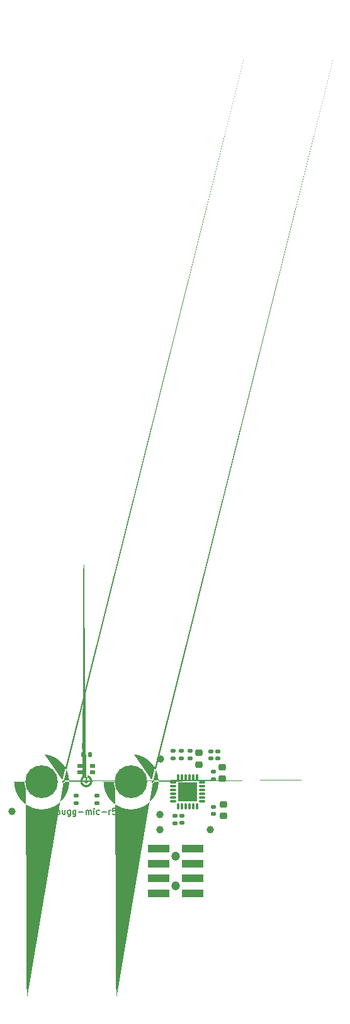
<source format=gbr>
%TF.GenerationSoftware,KiCad,Pcbnew,7.99.0-1.20230926git54171ec.fc37*%
%TF.CreationDate,2023-10-03T14:44:04+01:00*%
%TF.ProjectId,bugg-mic-r5,62756767-2d6d-4696-932d-72352e6b6963,rev?*%
%TF.SameCoordinates,Original*%
%TF.FileFunction,Soldermask,Top*%
%TF.FilePolarity,Negative*%
%FSLAX46Y46*%
G04 Gerber Fmt 4.6, Leading zero omitted, Abs format (unit mm)*
G04 Created by KiCad (PCBNEW 7.99.0-1.20230926git54171ec.fc37) date 2023-10-03 14:44:04*
%MOMM*%
%LPD*%
G01*
G04 APERTURE LIST*
G04 Aperture macros list*
%AMRoundRect*
0 Rectangle with rounded corners*
0 $1 Rounding radius*
0 $2 $3 $4 $5 $6 $7 $8 $9 X,Y pos of 4 corners*
0 Add a 4 corners polygon primitive as box body*
4,1,4,$2,$3,$4,$5,$6,$7,$8,$9,$2,$3,0*
0 Add four circle primitives for the rounded corners*
1,1,$1+$1,$2,$3*
1,1,$1+$1,$4,$5*
1,1,$1+$1,$6,$7*
1,1,$1+$1,$8,$9*
0 Add four rect primitives between the rounded corners*
20,1,$1+$1,$2,$3,$4,$5,0*
20,1,$1+$1,$4,$5,$6,$7,0*
20,1,$1+$1,$6,$7,$8,$9,0*
20,1,$1+$1,$8,$9,$2,$3,0*%
%AMFreePoly0*
4,1,111,-2.563245,3.679731,-2.180727,3.619146,-1.806637,3.518909,-1.445074,3.380118,-1.100000,3.204294,-0.775195,2.993363,-0.474217,2.749636,-0.200364,2.475783,0.043363,2.174805,0.254294,1.850000,0.430118,1.504926,0.568909,1.143363,0.669146,0.769273,0.729731,0.386755,0.750000,0.000000,0.729731,-0.386755,0.669146,-0.769273,0.568909,-1.143363,0.430118,-1.504926,0.254294,-1.850000,
0.043363,-2.174805,-0.200364,-2.475783,-0.474217,-2.749636,-0.775195,-2.993363,-1.100000,-3.204294,-1.445074,-3.380118,-1.806637,-3.518909,-2.180727,-3.619146,-2.563245,-3.679731,-2.950000,-3.700000,-3.336755,-3.679731,-3.719273,-3.619146,-4.093363,-3.518909,-4.454926,-3.380118,-4.800000,-3.204294,-5.124805,-2.993363,-5.425783,-2.749636,-5.699636,-2.475783,-5.943363,-2.174805,-6.154294,-1.850000,
-6.330118,-1.504926,-6.468909,-1.143363,-6.569146,-0.769273,-6.629731,-0.386755,-6.650000,0.000000,-5.254935,0.000000,-5.235216,-0.300854,-5.176396,-0.596561,-5.079482,-0.882060,-4.946132,-1.152468,-4.778628,-1.403156,-4.579835,-1.629835,-4.353156,-1.828628,-4.102468,-1.996132,-3.832060,-2.129482,-3.546561,-2.226396,-3.250854,-2.285216,-2.950000,-2.304935,-2.649146,-2.285216,-2.353439,-2.226396,
-2.067940,-2.129482,-1.797532,-1.996132,-1.546844,-1.828628,-1.320165,-1.629835,-1.121372,-1.403156,-0.953868,-1.152468,-0.820518,-0.882060,-0.723604,-0.596561,-0.664784,-0.300854,-0.645065,0.000000,-0.664784,0.300854,-0.723604,0.596561,-0.820518,0.882060,-0.953868,1.152467,-1.121372,1.403156,-1.320165,1.629835,-1.546844,1.828628,-1.797532,1.996132,-2.067940,2.129482,-2.353439,2.226396,
-2.649146,2.285216,-2.950000,2.304935,-3.250854,2.285216,-3.546561,2.226396,-3.832060,2.129482,-4.102467,1.996132,-4.353156,1.828628,-4.579835,1.629835,-4.778628,1.403156,-4.946132,1.152467,-5.079482,0.882060,-5.176396,0.596561,-5.235216,0.300854,-5.254935,0.000000,-6.650000,0.000000,-6.629731,0.386755,-6.569146,0.769273,-6.468909,1.143363,-6.330118,1.504926,-6.154294,1.850000,
-5.943363,2.174805,-5.699636,2.475783,-5.425783,2.749636,-5.124805,2.993363,-4.800000,3.204294,-4.454926,3.380118,-4.093363,3.518909,-3.719273,3.619146,-3.336755,3.679731,-2.950000,3.700000,-2.563245,3.679731,-2.563245,3.679731,$1*%
%AMFreePoly1*
4,1,53,0.180798,1.454629,0.352531,1.394537,0.506585,1.297738,0.635238,1.169085,0.732037,1.015031,0.792129,0.843298,0.812500,0.662500,0.792129,0.481702,0.732037,0.309969,0.635238,0.155915,0.506585,0.027262,0.352531,-0.069537,0.180798,-0.129629,0.000000,-0.150000,-0.180798,-0.129629,-0.352531,-0.069537,-0.506585,0.027262,-0.635238,0.155915,-0.732037,0.309969,-0.792129,0.481702,
-0.812500,0.662500,-0.517770,0.662500,-0.496797,0.516627,-0.435576,0.382572,-0.339067,0.271196,-0.215089,0.191520,-0.073686,0.150000,0.073686,0.150000,0.215089,0.191520,0.339067,0.271196,0.435576,0.382572,0.496797,0.516627,0.517770,0.662500,0.496797,0.808373,0.435576,0.942428,0.339067,1.053804,0.215089,1.133480,0.073686,1.175000,-0.073686,1.175000,-0.215089,1.133480,
-0.339067,1.053804,-0.435576,0.942428,-0.496797,0.808373,-0.517770,0.662500,-0.812500,0.662500,-0.792129,0.843298,-0.732037,1.015031,-0.635238,1.169085,-0.506585,1.297738,-0.352531,1.394537,-0.180798,1.454629,0.000000,1.475000,0.180798,1.454629,0.180798,1.454629,$1*%
G04 Aperture macros list end*
%ADD10C,0.150000*%
%ADD11RoundRect,0.140000X-0.170000X0.140000X-0.170000X-0.140000X0.170000X-0.140000X0.170000X0.140000X0*%
%ADD12C,1.000000*%
%ADD13RoundRect,0.225000X-0.250000X0.225000X-0.250000X-0.225000X0.250000X-0.225000X0.250000X0.225000X0*%
%ADD14RoundRect,0.140000X0.170000X-0.140000X0.170000X0.140000X-0.170000X0.140000X-0.170000X-0.140000X0*%
%ADD15C,4.400000*%
%ADD16FreePoly0,0.000000*%
%ADD17RoundRect,0.135000X-0.185000X0.135000X-0.185000X-0.135000X0.185000X-0.135000X0.185000X0.135000X0*%
%ADD18C,1.200000*%
%ADD19R,3.000000X1.000000*%
%ADD20RoundRect,0.075000X-0.075000X0.350000X-0.075000X-0.350000X0.075000X-0.350000X0.075000X0.350000X0*%
%ADD21RoundRect,0.075000X-0.350000X0.075000X-0.350000X-0.075000X0.350000X-0.075000X0.350000X0.075000X0*%
%ADD22R,2.650000X2.650000*%
%ADD23C,0.500000*%
%ADD24R,0.725000X0.522000*%
%ADD25FreePoly1,0.000000*%
%ADD26RoundRect,0.140000X0.140000X0.170000X-0.140000X0.170000X-0.140000X-0.170000X0.140000X-0.170000X0*%
G04 APERTURE END LIST*
D10*
X-3942857Y-4412295D02*
X-3942857Y-3612295D01*
X-3942857Y-3917057D02*
X-3866667Y-3878961D01*
X-3866667Y-3878961D02*
X-3714286Y-3878961D01*
X-3714286Y-3878961D02*
X-3638095Y-3917057D01*
X-3638095Y-3917057D02*
X-3600000Y-3955152D01*
X-3600000Y-3955152D02*
X-3561905Y-4031342D01*
X-3561905Y-4031342D02*
X-3561905Y-4259914D01*
X-3561905Y-4259914D02*
X-3600000Y-4336104D01*
X-3600000Y-4336104D02*
X-3638095Y-4374200D01*
X-3638095Y-4374200D02*
X-3714286Y-4412295D01*
X-3714286Y-4412295D02*
X-3866667Y-4412295D01*
X-3866667Y-4412295D02*
X-3942857Y-4374200D01*
X-2876190Y-3878961D02*
X-2876190Y-4412295D01*
X-3219047Y-3878961D02*
X-3219047Y-4298009D01*
X-3219047Y-4298009D02*
X-3180952Y-4374200D01*
X-3180952Y-4374200D02*
X-3104762Y-4412295D01*
X-3104762Y-4412295D02*
X-2990476Y-4412295D01*
X-2990476Y-4412295D02*
X-2914285Y-4374200D01*
X-2914285Y-4374200D02*
X-2876190Y-4336104D01*
X-2152380Y-3878961D02*
X-2152380Y-4526580D01*
X-2152380Y-4526580D02*
X-2190475Y-4602771D01*
X-2190475Y-4602771D02*
X-2228571Y-4640866D01*
X-2228571Y-4640866D02*
X-2304761Y-4678961D01*
X-2304761Y-4678961D02*
X-2419047Y-4678961D01*
X-2419047Y-4678961D02*
X-2495237Y-4640866D01*
X-2152380Y-4374200D02*
X-2228571Y-4412295D01*
X-2228571Y-4412295D02*
X-2380952Y-4412295D01*
X-2380952Y-4412295D02*
X-2457142Y-4374200D01*
X-2457142Y-4374200D02*
X-2495237Y-4336104D01*
X-2495237Y-4336104D02*
X-2533333Y-4259914D01*
X-2533333Y-4259914D02*
X-2533333Y-4031342D01*
X-2533333Y-4031342D02*
X-2495237Y-3955152D01*
X-2495237Y-3955152D02*
X-2457142Y-3917057D01*
X-2457142Y-3917057D02*
X-2380952Y-3878961D01*
X-2380952Y-3878961D02*
X-2228571Y-3878961D01*
X-2228571Y-3878961D02*
X-2152380Y-3917057D01*
X-1428570Y-3878961D02*
X-1428570Y-4526580D01*
X-1428570Y-4526580D02*
X-1466665Y-4602771D01*
X-1466665Y-4602771D02*
X-1504761Y-4640866D01*
X-1504761Y-4640866D02*
X-1580951Y-4678961D01*
X-1580951Y-4678961D02*
X-1695237Y-4678961D01*
X-1695237Y-4678961D02*
X-1771427Y-4640866D01*
X-1428570Y-4374200D02*
X-1504761Y-4412295D01*
X-1504761Y-4412295D02*
X-1657142Y-4412295D01*
X-1657142Y-4412295D02*
X-1733332Y-4374200D01*
X-1733332Y-4374200D02*
X-1771427Y-4336104D01*
X-1771427Y-4336104D02*
X-1809523Y-4259914D01*
X-1809523Y-4259914D02*
X-1809523Y-4031342D01*
X-1809523Y-4031342D02*
X-1771427Y-3955152D01*
X-1771427Y-3955152D02*
X-1733332Y-3917057D01*
X-1733332Y-3917057D02*
X-1657142Y-3878961D01*
X-1657142Y-3878961D02*
X-1504761Y-3878961D01*
X-1504761Y-3878961D02*
X-1428570Y-3917057D01*
X-1047617Y-4107533D02*
X-438094Y-4107533D01*
X-57141Y-4412295D02*
X-57141Y-3878961D01*
X-57141Y-3955152D02*
X-19046Y-3917057D01*
X-19046Y-3917057D02*
X57143Y-3878961D01*
X57143Y-3878961D02*
X171429Y-3878961D01*
X171429Y-3878961D02*
X247620Y-3917057D01*
X247620Y-3917057D02*
X285715Y-3993247D01*
X285715Y-3993247D02*
X285715Y-4412295D01*
X285715Y-3993247D02*
X323810Y-3917057D01*
X323810Y-3917057D02*
X400001Y-3878961D01*
X400001Y-3878961D02*
X514286Y-3878961D01*
X514286Y-3878961D02*
X590477Y-3917057D01*
X590477Y-3917057D02*
X628572Y-3993247D01*
X628572Y-3993247D02*
X628572Y-4412295D01*
X1009525Y-4412295D02*
X1009525Y-3878961D01*
X1009525Y-3612295D02*
X971429Y-3650390D01*
X971429Y-3650390D02*
X1009525Y-3688485D01*
X1009525Y-3688485D02*
X1047620Y-3650390D01*
X1047620Y-3650390D02*
X1009525Y-3612295D01*
X1009525Y-3612295D02*
X1009525Y-3688485D01*
X1733334Y-4374200D02*
X1657143Y-4412295D01*
X1657143Y-4412295D02*
X1504762Y-4412295D01*
X1504762Y-4412295D02*
X1428572Y-4374200D01*
X1428572Y-4374200D02*
X1390477Y-4336104D01*
X1390477Y-4336104D02*
X1352381Y-4259914D01*
X1352381Y-4259914D02*
X1352381Y-4031342D01*
X1352381Y-4031342D02*
X1390477Y-3955152D01*
X1390477Y-3955152D02*
X1428572Y-3917057D01*
X1428572Y-3917057D02*
X1504762Y-3878961D01*
X1504762Y-3878961D02*
X1657143Y-3878961D01*
X1657143Y-3878961D02*
X1733334Y-3917057D01*
X2076191Y-4107533D02*
X2685715Y-4107533D01*
X3066667Y-4412295D02*
X3066667Y-3878961D01*
X3066667Y-4031342D02*
X3104762Y-3955152D01*
X3104762Y-3955152D02*
X3142857Y-3917057D01*
X3142857Y-3917057D02*
X3219048Y-3878961D01*
X3219048Y-3878961D02*
X3295238Y-3878961D01*
X3942857Y-3612295D02*
X3561905Y-3612295D01*
X3561905Y-3612295D02*
X3523809Y-3993247D01*
X3523809Y-3993247D02*
X3561905Y-3955152D01*
X3561905Y-3955152D02*
X3638095Y-3917057D01*
X3638095Y-3917057D02*
X3828571Y-3917057D01*
X3828571Y-3917057D02*
X3904762Y-3955152D01*
X3904762Y-3955152D02*
X3942857Y-3993247D01*
X3942857Y-3993247D02*
X3980952Y-4069438D01*
X3980952Y-4069438D02*
X3980952Y-4259914D01*
X3980952Y-4259914D02*
X3942857Y-4336104D01*
X3942857Y-4336104D02*
X3904762Y-4374200D01*
X3904762Y-4374200D02*
X3828571Y-4412295D01*
X3828571Y-4412295D02*
X3638095Y-4412295D01*
X3638095Y-4412295D02*
X3561905Y-4374200D01*
X3561905Y-4374200D02*
X3523809Y-4336104D01*
D11*
%TO.C,C303*%
X12800000Y4080000D03*
X12800000Y3120000D03*
%TD*%
%TO.C,C309*%
X17100000Y1305000D03*
X17100000Y345000D03*
%TD*%
D12*
%TO.C,TP303*%
X16660284Y-6485377D03*
%TD*%
D13*
%TO.C,C304*%
X15160000Y3835000D03*
X15160000Y2285000D03*
%TD*%
D11*
%TO.C,C311*%
X17050000Y-3420000D03*
X17050000Y-4380000D03*
%TD*%
D12*
%TO.C,TP302*%
X9900000Y-6500000D03*
%TD*%
D13*
%TO.C,C310*%
X18400000Y-3075000D03*
X18400000Y-4625000D03*
%TD*%
D14*
%TO.C,C312*%
X12850000Y-5530000D03*
X12850000Y-4570000D03*
%TD*%
D11*
%TO.C,C307*%
X16760000Y4065000D03*
X16760000Y3105000D03*
%TD*%
D15*
%TO.C,SP302*%
X6000000Y0D03*
D16*
X8950000Y0D03*
%TD*%
D17*
%TO.C,R302*%
X1400000Y-1890000D03*
X1400000Y-2910000D03*
%TD*%
D18*
%TO.C,J301*%
X12000000Y-10000000D03*
X12000000Y-14000000D03*
D19*
X9725000Y-9000000D03*
X14275000Y-9000000D03*
X9725000Y-11000000D03*
X14275000Y-11000000D03*
X9725000Y-13000000D03*
X14275000Y-13000000D03*
X9725000Y-15000000D03*
X14275000Y-15000000D03*
%TD*%
D17*
%TO.C,R301*%
X-1350000Y-1890000D03*
X-1350000Y-2910000D03*
%TD*%
D20*
%TO.C,U301*%
X14850000Y550000D03*
X14350000Y550000D03*
X13850000Y550000D03*
X13350000Y550000D03*
X12850000Y550000D03*
X12350000Y550000D03*
D21*
X11650000Y-150000D03*
X11650000Y-650000D03*
X11650000Y-1150000D03*
X11650000Y-1650000D03*
X11650000Y-2150000D03*
X11650000Y-2650000D03*
D20*
X12350000Y-3350000D03*
X12850000Y-3350000D03*
X13350000Y-3350000D03*
X13850000Y-3350000D03*
X14350000Y-3350000D03*
X14850000Y-3350000D03*
D21*
X15550000Y-2650000D03*
X15550000Y-2150000D03*
X15550000Y-1650000D03*
X15550000Y-1150000D03*
X15550000Y-650000D03*
X15550000Y-150000D03*
D22*
X13600000Y-1400000D03*
%TD*%
D15*
%TO.C,SP301*%
X-6000000Y0D03*
D16*
X-3050000Y0D03*
%TD*%
D11*
%TO.C,C306*%
X17700000Y4065000D03*
X17700000Y3105000D03*
%TD*%
D12*
%TO.C,FID302*%
X-10000000Y-4000000D03*
%TD*%
D11*
%TO.C,C302*%
X11700000Y4080000D03*
X11700000Y3120000D03*
%TD*%
D12*
%TO.C,FID301*%
X10000000Y3000000D03*
%TD*%
D23*
%TO.C,MIC301*%
X0Y0D03*
D24*
X-837500Y2074000D03*
X-837500Y1252000D03*
D25*
X0Y-662500D03*
D24*
X837500Y1252000D03*
X837500Y2074000D03*
%TD*%
D17*
%TO.C,R303*%
X11900000Y-4565000D03*
X11900000Y-5585000D03*
%TD*%
D12*
%TO.C,TP301*%
X9900000Y-4450000D03*
%TD*%
D13*
%TO.C,C308*%
X18300000Y1900000D03*
X18300000Y350000D03*
%TD*%
D11*
%TO.C,C305*%
X13925000Y4080000D03*
X13925000Y3120000D03*
%TD*%
D26*
%TO.C,C301*%
X480000Y3600000D03*
X-480000Y3600000D03*
%TD*%
M02*

</source>
